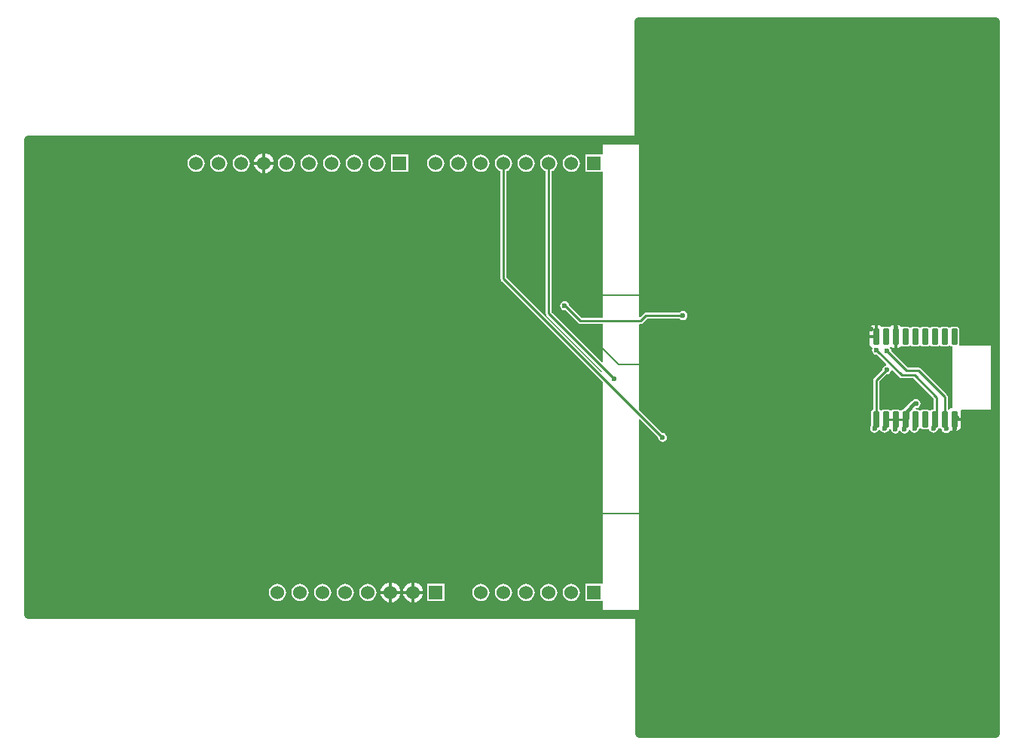
<source format=gbl>
G04*
G04 #@! TF.GenerationSoftware,Altium Limited,Altium Designer,21.7.2 (23)*
G04*
G04 Layer_Physical_Order=2*
G04 Layer_Color=16711680*
%FSLAX44Y44*%
%MOMM*%
G71*
G04*
G04 #@! TF.SameCoordinates,4DA13975-460D-43A1-ABA8-CDB05979C8EE*
G04*
G04*
G04 #@! TF.FilePolarity,Positive*
G04*
G01*
G75*
%ADD10C,0.2000*%
%ADD11C,0.2540*%
%ADD13C,1.0000*%
%ADD35C,0.4000*%
%ADD39R,1.5240X1.5240*%
%ADD40C,1.5240*%
%ADD41C,0.6000*%
G04:AMPARAMS|DCode=42|XSize=0.75mm|YSize=1.8mm|CornerRadius=0.0938mm|HoleSize=0mm|Usage=FLASHONLY|Rotation=0.000|XOffset=0mm|YOffset=0mm|HoleType=Round|Shape=RoundedRectangle|*
%AMROUNDEDRECTD42*
21,1,0.7500,1.6125,0,0,0.0*
21,1,0.5625,1.8000,0,0,0.0*
1,1,0.1875,0.2813,-0.8063*
1,1,0.1875,-0.2813,-0.8063*
1,1,0.1875,-0.2813,0.8063*
1,1,0.1875,0.2813,0.8063*
%
%ADD42ROUNDEDRECTD42*%
G36*
X645000Y252033D02*
X644620Y250920D01*
X643730Y250920D01*
X625380D01*
Y231680D01*
X643730D01*
X644620Y231680D01*
X645000Y230567D01*
Y67334D01*
X621317D01*
X606960Y81691D01*
X606710Y82951D01*
X605605Y84605D01*
X603951Y85710D01*
X602000Y86098D01*
X600049Y85710D01*
X598395Y84605D01*
X597290Y82951D01*
X596902Y81000D01*
X597290Y79049D01*
X598395Y77395D01*
X600049Y76290D01*
X602000Y75902D01*
X603100Y76121D01*
X617579Y61642D01*
X618660Y60920D01*
X619936Y60666D01*
X645000D01*
Y17933D01*
X643827Y17447D01*
X587534Y73740D01*
Y232268D01*
X589052Y232897D01*
X591061Y234439D01*
X592603Y236448D01*
X593572Y238789D01*
X593903Y241300D01*
X593572Y243811D01*
X592603Y246152D01*
X591061Y248161D01*
X589052Y249703D01*
X586711Y250672D01*
X584200Y251003D01*
X581689Y250672D01*
X579348Y249703D01*
X577339Y248161D01*
X575797Y246152D01*
X574828Y243811D01*
X574497Y241300D01*
X574828Y238789D01*
X575797Y236448D01*
X577339Y234439D01*
X579348Y232897D01*
X580866Y232268D01*
Y72358D01*
X581120Y71083D01*
X581842Y70001D01*
X644360Y7484D01*
X644305Y7207D01*
X642926Y6789D01*
X536734Y112981D01*
Y232268D01*
X538251Y232897D01*
X540261Y234439D01*
X541803Y236448D01*
X542772Y238789D01*
X543103Y241300D01*
X542772Y243811D01*
X541803Y246152D01*
X540261Y248161D01*
X538251Y249703D01*
X535911Y250672D01*
X533400Y251003D01*
X530889Y250672D01*
X528549Y249703D01*
X526539Y248161D01*
X524997Y246152D01*
X524028Y243811D01*
X523697Y241300D01*
X524028Y238789D01*
X524997Y236448D01*
X526539Y234439D01*
X528549Y232897D01*
X530066Y232268D01*
Y111600D01*
X530320Y110324D01*
X531043Y109242D01*
X645000Y-4715D01*
Y-230567D01*
X644620Y-231680D01*
X643730Y-231680D01*
X625380D01*
Y-250920D01*
X643730D01*
X644620Y-250920D01*
X645000Y-252033D01*
Y-263451D01*
X2549D01*
Y264451D01*
X645000D01*
Y252033D01*
D02*
G37*
G36*
X1083251Y36000D02*
X1046244D01*
X1045565Y37270D01*
X1045580Y37291D01*
X1045807Y38438D01*
Y54563D01*
X1045580Y55709D01*
X1044930Y56680D01*
X1043959Y57330D01*
X1042812Y57558D01*
X1037188D01*
X1036041Y57330D01*
X1035070Y56680D01*
X1033930D01*
X1032959Y57330D01*
X1031813Y57558D01*
X1026188D01*
X1025041Y57330D01*
X1024070Y56680D01*
X1022930D01*
X1021959Y57330D01*
X1020813Y57558D01*
X1015188D01*
X1014041Y57330D01*
X1013070Y56680D01*
X1011930D01*
X1010959Y57330D01*
X1009812Y57558D01*
X1004187D01*
X1003041Y57330D01*
X1002070Y56680D01*
X1000930D01*
X999959Y57330D01*
X998812Y57558D01*
X993187D01*
X992041Y57330D01*
X991070Y56680D01*
X989930D01*
X988959Y57330D01*
X987812Y57558D01*
X982188D01*
X981041Y57330D01*
X980529Y56987D01*
X980012Y57762D01*
X978544Y58742D01*
X976813Y59087D01*
X975750D01*
Y46500D01*
Y33913D01*
X976813D01*
X978544Y34258D01*
X980012Y35238D01*
X980529Y36013D01*
X981041Y35670D01*
X982188Y35443D01*
X987812D01*
X988959Y35670D01*
X989930Y36320D01*
X991070D01*
X992041Y35670D01*
X993187Y35443D01*
X998812D01*
X999959Y35670D01*
X1000930Y36320D01*
X1002070D01*
X1003041Y35670D01*
X1004187Y35443D01*
X1009812D01*
X1010959Y35670D01*
X1011930Y36320D01*
X1013070D01*
X1014041Y35670D01*
X1015188Y35443D01*
X1020813D01*
X1021959Y35670D01*
X1022930Y36320D01*
X1024070D01*
X1025041Y35670D01*
X1026188Y35443D01*
X1031813D01*
X1032959Y35670D01*
X1033930Y36320D01*
X1035070D01*
X1036041Y35670D01*
X1037188Y35443D01*
X1037500D01*
Y-33913D01*
X1037188D01*
X1035456Y-34258D01*
X1033988Y-35238D01*
X1033471Y-36013D01*
X1032959Y-35670D01*
X1032334Y-35546D01*
Y-21000D01*
X1032080Y-19724D01*
X1031357Y-18642D01*
X1002358Y10358D01*
X1001276Y11080D01*
X1000000Y11334D01*
X987596D01*
X969142Y29788D01*
X969205Y30107D01*
X968817Y32058D01*
X967712Y33712D01*
X967702Y33750D01*
X967956Y35076D01*
X968165Y35120D01*
X969456Y34258D01*
X971188Y33913D01*
X972250D01*
Y46500D01*
Y59087D01*
X971188D01*
X969456Y58742D01*
X967988Y57762D01*
X967471Y56987D01*
X966959Y57330D01*
X965813Y57558D01*
X960188D01*
X959041Y57330D01*
X958529Y56987D01*
X958012Y57762D01*
X956544Y58742D01*
X954812Y59087D01*
X953750D01*
Y46500D01*
X952000D01*
Y44750D01*
X944663D01*
Y38438D01*
X945007Y36706D01*
X945988Y35238D01*
X947292Y34367D01*
X947611Y33923D01*
X947876Y33282D01*
X947870Y32880D01*
X947500Y31023D01*
X947888Y29073D01*
X948994Y27419D01*
X950648Y26314D01*
X952598Y25926D01*
X952918Y25989D01*
X963594Y15312D01*
X963176Y13935D01*
X962047Y13710D01*
X960393Y12605D01*
X959288Y10951D01*
X958900Y9000D01*
X958964Y8681D01*
X949642Y-641D01*
X948920Y-1722D01*
X948666Y-2998D01*
Y-35546D01*
X948041Y-35670D01*
X947070Y-36320D01*
X946420Y-37291D01*
X946192Y-38438D01*
Y-53855D01*
X945699Y-54593D01*
X945311Y-56544D01*
X945699Y-58495D01*
X946804Y-60149D01*
X948458Y-61254D01*
X950409Y-61642D01*
X952360Y-61254D01*
X954014Y-60149D01*
X955119Y-58495D01*
X955585Y-58335D01*
X956903Y-58618D01*
X958008Y-60271D01*
X959662Y-61376D01*
X961613Y-61764D01*
X963564Y-61376D01*
X965218Y-60271D01*
X966323Y-58617D01*
X966461Y-57923D01*
X967506Y-57312D01*
X968448Y-57789D01*
X968654Y-57945D01*
X968934Y-59352D01*
X970039Y-61006D01*
X971693Y-62111D01*
X973644Y-62499D01*
X975594Y-62111D01*
X977248Y-61006D01*
X977981Y-59910D01*
X979439D01*
X980171Y-61006D01*
X981825Y-62111D01*
X983776Y-62499D01*
X985727Y-62111D01*
X987381Y-61006D01*
X988486Y-59352D01*
X988637Y-58591D01*
X989042Y-58395D01*
X990415Y-58789D01*
X991520Y-60443D01*
X993174Y-61548D01*
X995125Y-61936D01*
X997076Y-61548D01*
X998730Y-60443D01*
X999835Y-58789D01*
X1000151Y-57201D01*
X1000662Y-56860D01*
X1002070Y-56680D01*
X1003041Y-57330D01*
X1004187Y-57558D01*
X1009812D01*
X1010287Y-57463D01*
X1011733Y-58224D01*
X1011852Y-58825D01*
X1012958Y-60479D01*
X1014611Y-61584D01*
X1016562Y-61972D01*
X1018513Y-61584D01*
X1020167Y-60479D01*
X1021272Y-58825D01*
X1021554Y-57410D01*
X1021959Y-57330D01*
X1022930Y-56680D01*
X1024070D01*
X1025041Y-57330D01*
X1025910Y-57502D01*
X1026234Y-59132D01*
X1027339Y-60786D01*
X1028993Y-61891D01*
X1030944Y-62279D01*
X1032895Y-61891D01*
X1034549Y-60786D01*
X1035654Y-59132D01*
X1035721Y-58795D01*
X1037188Y-59087D01*
X1038250D01*
Y-46500D01*
X1040000D01*
Y-44750D01*
X1047337D01*
Y-38438D01*
X1047105Y-37270D01*
X1047932Y-36000D01*
X1083251D01*
X1083251Y-397451D01*
X688549D01*
Y-266000D01*
X688355Y-265025D01*
X687802Y-264198D01*
X686975Y-263645D01*
X686000Y-263451D01*
X685852D01*
X685831Y-47205D01*
X687004Y-46719D01*
X706966Y-66681D01*
X706902Y-67000D01*
X707290Y-68951D01*
X708395Y-70605D01*
X710049Y-71710D01*
X712000Y-72098D01*
X713951Y-71710D01*
X715605Y-70605D01*
X716710Y-68951D01*
X717098Y-67000D01*
X716710Y-65049D01*
X715605Y-63395D01*
X713951Y-62290D01*
X712000Y-61902D01*
X711681Y-61966D01*
X685829Y-36114D01*
X685820Y59768D01*
X686718Y60666D01*
X687584D01*
X688860Y60920D01*
X689942Y61642D01*
X694965Y66666D01*
X731214D01*
X731395Y66395D01*
X733049Y65290D01*
X735000Y64902D01*
X736951Y65290D01*
X738605Y66395D01*
X739710Y68049D01*
X740098Y70000D01*
X739710Y71951D01*
X738605Y73605D01*
X736951Y74710D01*
X735000Y75098D01*
X733049Y74710D01*
X731395Y73605D01*
X731214Y73334D01*
X693584D01*
X692308Y73080D01*
X691227Y72358D01*
X687089Y68220D01*
X685819Y68746D01*
X685800Y264451D01*
X686775Y264645D01*
X687602Y265198D01*
X688155Y266025D01*
X688349Y267000D01*
Y397451D01*
X1083251D01*
X1083251Y36000D01*
D02*
G37*
G36*
X978344Y562D02*
X979426Y-160D01*
X980702Y-414D01*
X993699D01*
X1016872Y-23587D01*
Y-35443D01*
X1015188D01*
X1014041Y-35670D01*
X1013070Y-36320D01*
X1011930D01*
X1010959Y-35670D01*
X1009812Y-35443D01*
X1004187D01*
X1003041Y-35670D01*
X1002070Y-36320D01*
X1000930D01*
X999959Y-35670D01*
X998812Y-35443D01*
X997135D01*
X996534Y-34172D01*
X996652Y-34029D01*
X997000Y-34098D01*
X998951Y-33710D01*
X1000605Y-32605D01*
X1001710Y-30951D01*
X1002098Y-29000D01*
X1001710Y-27049D01*
X1000605Y-25395D01*
X998951Y-24290D01*
X997000Y-23902D01*
X995049Y-24290D01*
X993776Y-25141D01*
X993318Y-25232D01*
X991995Y-26116D01*
X983866Y-34245D01*
X983066Y-35443D01*
X982188D01*
X981041Y-35670D01*
X980070Y-36320D01*
X978930D01*
X977959Y-35670D01*
X976813Y-35443D01*
X971188D01*
X970041Y-35670D01*
X969070Y-36320D01*
X967930D01*
X966959Y-35670D01*
X965813Y-35443D01*
X960188D01*
X959041Y-35670D01*
X958070Y-36320D01*
X956930D01*
X955959Y-35670D01*
X955334Y-35546D01*
Y-4379D01*
X963679Y3965D01*
X963998Y3902D01*
X965949Y4290D01*
X967603Y5395D01*
X968708Y7049D01*
X968933Y8178D01*
X970311Y8596D01*
X978344Y562D01*
D02*
G37*
%LPC*%
G36*
X265910Y252286D02*
Y243050D01*
X275146D01*
X274994Y244203D01*
X273873Y246908D01*
X272091Y249231D01*
X269768Y251013D01*
X267063Y252134D01*
X265910Y252286D01*
D02*
G37*
G36*
X262410D02*
X261257Y252134D01*
X258552Y251013D01*
X256229Y249231D01*
X254447Y246908D01*
X253326Y244203D01*
X253174Y243050D01*
X262410D01*
Y252286D01*
D02*
G37*
G36*
X426180Y250920D02*
X406940D01*
Y231680D01*
X426180D01*
Y250920D01*
D02*
G37*
G36*
X609600Y251003D02*
X607089Y250672D01*
X604748Y249703D01*
X602739Y248161D01*
X601197Y246152D01*
X600228Y243811D01*
X599897Y241300D01*
X600228Y238789D01*
X601197Y236448D01*
X602739Y234439D01*
X604748Y232897D01*
X607089Y231928D01*
X609600Y231597D01*
X612111Y231928D01*
X614451Y232897D01*
X616461Y234439D01*
X618003Y236448D01*
X618972Y238789D01*
X619303Y241300D01*
X618972Y243811D01*
X618003Y246152D01*
X616461Y248161D01*
X614451Y249703D01*
X612111Y250672D01*
X609600Y251003D01*
D02*
G37*
G36*
X558800D02*
X556289Y250672D01*
X553949Y249703D01*
X551939Y248161D01*
X550397Y246152D01*
X549428Y243811D01*
X549097Y241300D01*
X549428Y238789D01*
X550397Y236448D01*
X551939Y234439D01*
X553949Y232897D01*
X556289Y231928D01*
X558800Y231597D01*
X561311Y231928D01*
X563652Y232897D01*
X565661Y234439D01*
X567203Y236448D01*
X568172Y238789D01*
X568503Y241300D01*
X568172Y243811D01*
X567203Y246152D01*
X565661Y248161D01*
X563652Y249703D01*
X561311Y250672D01*
X558800Y251003D01*
D02*
G37*
G36*
X508000D02*
X505489Y250672D01*
X503148Y249703D01*
X501139Y248161D01*
X499597Y246152D01*
X498628Y243811D01*
X498297Y241300D01*
X498628Y238789D01*
X499597Y236448D01*
X501139Y234439D01*
X503148Y232897D01*
X505489Y231928D01*
X508000Y231597D01*
X510511Y231928D01*
X512851Y232897D01*
X514861Y234439D01*
X516403Y236448D01*
X517372Y238789D01*
X517703Y241300D01*
X517372Y243811D01*
X516403Y246152D01*
X514861Y248161D01*
X512851Y249703D01*
X510511Y250672D01*
X508000Y251003D01*
D02*
G37*
G36*
X482600D02*
X480089Y250672D01*
X477748Y249703D01*
X475739Y248161D01*
X474197Y246152D01*
X473228Y243811D01*
X472897Y241300D01*
X473228Y238789D01*
X474197Y236448D01*
X475739Y234439D01*
X477748Y232897D01*
X480089Y231928D01*
X482600Y231597D01*
X485111Y231928D01*
X487452Y232897D01*
X489461Y234439D01*
X491003Y236448D01*
X491972Y238789D01*
X492303Y241300D01*
X491972Y243811D01*
X491003Y246152D01*
X489461Y248161D01*
X487452Y249703D01*
X485111Y250672D01*
X482600Y251003D01*
D02*
G37*
G36*
X457200D02*
X454689Y250672D01*
X452349Y249703D01*
X450339Y248161D01*
X448797Y246152D01*
X447828Y243811D01*
X447497Y241300D01*
X447828Y238789D01*
X448797Y236448D01*
X450339Y234439D01*
X452349Y232897D01*
X454689Y231928D01*
X457200Y231597D01*
X459711Y231928D01*
X462052Y232897D01*
X464061Y234439D01*
X465603Y236448D01*
X466572Y238789D01*
X466903Y241300D01*
X466572Y243811D01*
X465603Y246152D01*
X464061Y248161D01*
X462052Y249703D01*
X459711Y250672D01*
X457200Y251003D01*
D02*
G37*
G36*
X391160D02*
X388649Y250672D01*
X386309Y249703D01*
X384299Y248161D01*
X382757Y246152D01*
X381788Y243811D01*
X381457Y241300D01*
X381788Y238789D01*
X382757Y236448D01*
X384299Y234439D01*
X386309Y232897D01*
X388649Y231928D01*
X391160Y231597D01*
X393671Y231928D01*
X396012Y232897D01*
X398021Y234439D01*
X399563Y236448D01*
X400532Y238789D01*
X400863Y241300D01*
X400532Y243811D01*
X399563Y246152D01*
X398021Y248161D01*
X396012Y249703D01*
X393671Y250672D01*
X391160Y251003D01*
D02*
G37*
G36*
X365760D02*
X363249Y250672D01*
X360909Y249703D01*
X358899Y248161D01*
X357357Y246152D01*
X356388Y243811D01*
X356057Y241300D01*
X356388Y238789D01*
X357357Y236448D01*
X358899Y234439D01*
X360909Y232897D01*
X363249Y231928D01*
X365760Y231597D01*
X368271Y231928D01*
X370611Y232897D01*
X372621Y234439D01*
X374163Y236448D01*
X375132Y238789D01*
X375463Y241300D01*
X375132Y243811D01*
X374163Y246152D01*
X372621Y248161D01*
X370611Y249703D01*
X368271Y250672D01*
X365760Y251003D01*
D02*
G37*
G36*
X340360D02*
X337849Y250672D01*
X335508Y249703D01*
X333499Y248161D01*
X331957Y246152D01*
X330988Y243811D01*
X330657Y241300D01*
X330988Y238789D01*
X331957Y236448D01*
X333499Y234439D01*
X335508Y232897D01*
X337849Y231928D01*
X340360Y231597D01*
X342871Y231928D01*
X345211Y232897D01*
X347221Y234439D01*
X348763Y236448D01*
X349732Y238789D01*
X350063Y241300D01*
X349732Y243811D01*
X348763Y246152D01*
X347221Y248161D01*
X345211Y249703D01*
X342871Y250672D01*
X340360Y251003D01*
D02*
G37*
G36*
X314960D02*
X312449Y250672D01*
X310109Y249703D01*
X308099Y248161D01*
X306557Y246152D01*
X305588Y243811D01*
X305257Y241300D01*
X305588Y238789D01*
X306557Y236448D01*
X308099Y234439D01*
X310109Y232897D01*
X312449Y231928D01*
X314960Y231597D01*
X317471Y231928D01*
X319811Y232897D01*
X321821Y234439D01*
X323363Y236448D01*
X324332Y238789D01*
X324663Y241300D01*
X324332Y243811D01*
X323363Y246152D01*
X321821Y248161D01*
X319811Y249703D01*
X317471Y250672D01*
X314960Y251003D01*
D02*
G37*
G36*
X289560D02*
X287049Y250672D01*
X284708Y249703D01*
X282699Y248161D01*
X281157Y246152D01*
X280188Y243811D01*
X279857Y241300D01*
X280188Y238789D01*
X281157Y236448D01*
X282699Y234439D01*
X284708Y232897D01*
X287049Y231928D01*
X289560Y231597D01*
X292071Y231928D01*
X294412Y232897D01*
X296421Y234439D01*
X297963Y236448D01*
X298932Y238789D01*
X299263Y241300D01*
X298932Y243811D01*
X297963Y246152D01*
X296421Y248161D01*
X294412Y249703D01*
X292071Y250672D01*
X289560Y251003D01*
D02*
G37*
G36*
X238760D02*
X236249Y250672D01*
X233909Y249703D01*
X231899Y248161D01*
X230357Y246152D01*
X229388Y243811D01*
X229057Y241300D01*
X229388Y238789D01*
X230357Y236448D01*
X231899Y234439D01*
X233909Y232897D01*
X236249Y231928D01*
X238760Y231597D01*
X241271Y231928D01*
X243612Y232897D01*
X245621Y234439D01*
X247163Y236448D01*
X248132Y238789D01*
X248463Y241300D01*
X248132Y243811D01*
X247163Y246152D01*
X245621Y248161D01*
X243612Y249703D01*
X241271Y250672D01*
X238760Y251003D01*
D02*
G37*
G36*
X213360D02*
X210849Y250672D01*
X208508Y249703D01*
X206499Y248161D01*
X204957Y246152D01*
X203988Y243811D01*
X203657Y241300D01*
X203988Y238789D01*
X204957Y236448D01*
X206499Y234439D01*
X208508Y232897D01*
X210849Y231928D01*
X213360Y231597D01*
X215871Y231928D01*
X218211Y232897D01*
X220221Y234439D01*
X221763Y236448D01*
X222732Y238789D01*
X223063Y241300D01*
X222732Y243811D01*
X221763Y246152D01*
X220221Y248161D01*
X218211Y249703D01*
X215871Y250672D01*
X213360Y251003D01*
D02*
G37*
G36*
X187960D02*
X185449Y250672D01*
X183109Y249703D01*
X181099Y248161D01*
X179557Y246152D01*
X178588Y243811D01*
X178257Y241300D01*
X178588Y238789D01*
X179557Y236448D01*
X181099Y234439D01*
X183109Y232897D01*
X185449Y231928D01*
X187960Y231597D01*
X190471Y231928D01*
X192812Y232897D01*
X194821Y234439D01*
X196363Y236448D01*
X197332Y238789D01*
X197663Y241300D01*
X197332Y243811D01*
X196363Y246152D01*
X194821Y248161D01*
X192812Y249703D01*
X190471Y250672D01*
X187960Y251003D01*
D02*
G37*
G36*
X275146Y239550D02*
X265910D01*
Y230314D01*
X267063Y230466D01*
X269768Y231587D01*
X272091Y233369D01*
X273873Y235692D01*
X274994Y238397D01*
X275146Y239550D01*
D02*
G37*
G36*
X262410D02*
X253174D01*
X253326Y238397D01*
X254447Y235692D01*
X256229Y233369D01*
X258552Y231587D01*
X261257Y230466D01*
X262410Y230314D01*
Y239550D01*
D02*
G37*
G36*
X433550Y-230314D02*
Y-239550D01*
X442786D01*
X442634Y-238397D01*
X441513Y-235692D01*
X439731Y-233369D01*
X437408Y-231587D01*
X434703Y-230466D01*
X433550Y-230314D01*
D02*
G37*
G36*
X408150D02*
Y-239550D01*
X417386D01*
X417234Y-238397D01*
X416113Y-235692D01*
X414331Y-233369D01*
X412008Y-231587D01*
X409303Y-230466D01*
X408150Y-230314D01*
D02*
G37*
G36*
X430050D02*
X428897Y-230466D01*
X426192Y-231587D01*
X423869Y-233369D01*
X422087Y-235692D01*
X420966Y-238397D01*
X420814Y-239550D01*
X430050D01*
Y-230314D01*
D02*
G37*
G36*
X404650D02*
X403497Y-230466D01*
X400792Y-231587D01*
X398469Y-233369D01*
X396687Y-235692D01*
X395566Y-238397D01*
X395414Y-239550D01*
X404650D01*
Y-230314D01*
D02*
G37*
G36*
X466820Y-231680D02*
X447580D01*
Y-250920D01*
X466820D01*
Y-231680D01*
D02*
G37*
G36*
X609600Y-231597D02*
X607089Y-231928D01*
X604748Y-232897D01*
X602739Y-234439D01*
X601197Y-236448D01*
X600228Y-238789D01*
X599897Y-241300D01*
X600228Y-243811D01*
X601197Y-246152D01*
X602739Y-248161D01*
X604748Y-249703D01*
X607089Y-250672D01*
X609600Y-251003D01*
X612111Y-250672D01*
X614451Y-249703D01*
X616461Y-248161D01*
X618003Y-246152D01*
X618972Y-243811D01*
X619303Y-241300D01*
X618972Y-238789D01*
X618003Y-236448D01*
X616461Y-234439D01*
X614451Y-232897D01*
X612111Y-231928D01*
X609600Y-231597D01*
D02*
G37*
G36*
X584200D02*
X581689Y-231928D01*
X579348Y-232897D01*
X577339Y-234439D01*
X575797Y-236448D01*
X574828Y-238789D01*
X574497Y-241300D01*
X574828Y-243811D01*
X575797Y-246152D01*
X577339Y-248161D01*
X579348Y-249703D01*
X581689Y-250672D01*
X584200Y-251003D01*
X586711Y-250672D01*
X589052Y-249703D01*
X591061Y-248161D01*
X592603Y-246152D01*
X593572Y-243811D01*
X593903Y-241300D01*
X593572Y-238789D01*
X592603Y-236448D01*
X591061Y-234439D01*
X589052Y-232897D01*
X586711Y-231928D01*
X584200Y-231597D01*
D02*
G37*
G36*
X558800D02*
X556289Y-231928D01*
X553949Y-232897D01*
X551939Y-234439D01*
X550397Y-236448D01*
X549428Y-238789D01*
X549097Y-241300D01*
X549428Y-243811D01*
X550397Y-246152D01*
X551939Y-248161D01*
X553949Y-249703D01*
X556289Y-250672D01*
X558800Y-251003D01*
X561311Y-250672D01*
X563652Y-249703D01*
X565661Y-248161D01*
X567203Y-246152D01*
X568172Y-243811D01*
X568503Y-241300D01*
X568172Y-238789D01*
X567203Y-236448D01*
X565661Y-234439D01*
X563652Y-232897D01*
X561311Y-231928D01*
X558800Y-231597D01*
D02*
G37*
G36*
X533400D02*
X530889Y-231928D01*
X528549Y-232897D01*
X526539Y-234439D01*
X524997Y-236448D01*
X524028Y-238789D01*
X523697Y-241300D01*
X524028Y-243811D01*
X524997Y-246152D01*
X526539Y-248161D01*
X528549Y-249703D01*
X530889Y-250672D01*
X533400Y-251003D01*
X535911Y-250672D01*
X538251Y-249703D01*
X540261Y-248161D01*
X541803Y-246152D01*
X542772Y-243811D01*
X543103Y-241300D01*
X542772Y-238789D01*
X541803Y-236448D01*
X540261Y-234439D01*
X538251Y-232897D01*
X535911Y-231928D01*
X533400Y-231597D01*
D02*
G37*
G36*
X508000D02*
X505489Y-231928D01*
X503148Y-232897D01*
X501139Y-234439D01*
X499597Y-236448D01*
X498628Y-238789D01*
X498297Y-241300D01*
X498628Y-243811D01*
X499597Y-246152D01*
X501139Y-248161D01*
X503148Y-249703D01*
X505489Y-250672D01*
X508000Y-251003D01*
X510511Y-250672D01*
X512851Y-249703D01*
X514861Y-248161D01*
X516403Y-246152D01*
X517372Y-243811D01*
X517703Y-241300D01*
X517372Y-238789D01*
X516403Y-236448D01*
X514861Y-234439D01*
X512851Y-232897D01*
X510511Y-231928D01*
X508000Y-231597D01*
D02*
G37*
G36*
X381000D02*
X378489Y-231928D01*
X376148Y-232897D01*
X374139Y-234439D01*
X372597Y-236448D01*
X371628Y-238789D01*
X371297Y-241300D01*
X371628Y-243811D01*
X372597Y-246152D01*
X374139Y-248161D01*
X376148Y-249703D01*
X378489Y-250672D01*
X381000Y-251003D01*
X383511Y-250672D01*
X385852Y-249703D01*
X387861Y-248161D01*
X389403Y-246152D01*
X390372Y-243811D01*
X390703Y-241300D01*
X390372Y-238789D01*
X389403Y-236448D01*
X387861Y-234439D01*
X385852Y-232897D01*
X383511Y-231928D01*
X381000Y-231597D01*
D02*
G37*
G36*
X355600D02*
X353089Y-231928D01*
X350748Y-232897D01*
X348739Y-234439D01*
X347197Y-236448D01*
X346228Y-238789D01*
X345897Y-241300D01*
X346228Y-243811D01*
X347197Y-246152D01*
X348739Y-248161D01*
X350748Y-249703D01*
X353089Y-250672D01*
X355600Y-251003D01*
X358111Y-250672D01*
X360452Y-249703D01*
X362461Y-248161D01*
X364003Y-246152D01*
X364972Y-243811D01*
X365303Y-241300D01*
X364972Y-238789D01*
X364003Y-236448D01*
X362461Y-234439D01*
X360452Y-232897D01*
X358111Y-231928D01*
X355600Y-231597D01*
D02*
G37*
G36*
X330200D02*
X327689Y-231928D01*
X325349Y-232897D01*
X323339Y-234439D01*
X321797Y-236448D01*
X320828Y-238789D01*
X320497Y-241300D01*
X320828Y-243811D01*
X321797Y-246152D01*
X323339Y-248161D01*
X325349Y-249703D01*
X327689Y-250672D01*
X330200Y-251003D01*
X332711Y-250672D01*
X335051Y-249703D01*
X337061Y-248161D01*
X338603Y-246152D01*
X339572Y-243811D01*
X339903Y-241300D01*
X339572Y-238789D01*
X338603Y-236448D01*
X337061Y-234439D01*
X335051Y-232897D01*
X332711Y-231928D01*
X330200Y-231597D01*
D02*
G37*
G36*
X304800D02*
X302289Y-231928D01*
X299949Y-232897D01*
X297939Y-234439D01*
X296397Y-236448D01*
X295428Y-238789D01*
X295097Y-241300D01*
X295428Y-243811D01*
X296397Y-246152D01*
X297939Y-248161D01*
X299949Y-249703D01*
X302289Y-250672D01*
X304800Y-251003D01*
X307311Y-250672D01*
X309652Y-249703D01*
X311661Y-248161D01*
X313203Y-246152D01*
X314172Y-243811D01*
X314503Y-241300D01*
X314172Y-238789D01*
X313203Y-236448D01*
X311661Y-234439D01*
X309652Y-232897D01*
X307311Y-231928D01*
X304800Y-231597D01*
D02*
G37*
G36*
X279400D02*
X276889Y-231928D01*
X274548Y-232897D01*
X272539Y-234439D01*
X270997Y-236448D01*
X270028Y-238789D01*
X269697Y-241300D01*
X270028Y-243811D01*
X270997Y-246152D01*
X272539Y-248161D01*
X274548Y-249703D01*
X276889Y-250672D01*
X279400Y-251003D01*
X281911Y-250672D01*
X284251Y-249703D01*
X286261Y-248161D01*
X287803Y-246152D01*
X288772Y-243811D01*
X289103Y-241300D01*
X288772Y-238789D01*
X287803Y-236448D01*
X286261Y-234439D01*
X284251Y-232897D01*
X281911Y-231928D01*
X279400Y-231597D01*
D02*
G37*
G36*
X442786Y-243050D02*
X433550D01*
Y-252286D01*
X434703Y-252134D01*
X437408Y-251013D01*
X439731Y-249231D01*
X441513Y-246908D01*
X442634Y-244203D01*
X442786Y-243050D01*
D02*
G37*
G36*
X417386D02*
X408150D01*
Y-252286D01*
X409303Y-252134D01*
X412008Y-251013D01*
X414331Y-249231D01*
X416113Y-246908D01*
X417234Y-244203D01*
X417386Y-243050D01*
D02*
G37*
G36*
X430050D02*
X420814D01*
X420966Y-244203D01*
X422087Y-246908D01*
X423869Y-249231D01*
X426192Y-251013D01*
X428897Y-252134D01*
X430050Y-252286D01*
Y-243050D01*
D02*
G37*
G36*
X404650D02*
X395414D01*
X395566Y-244203D01*
X396687Y-246908D01*
X398469Y-249231D01*
X400792Y-251013D01*
X403497Y-252134D01*
X404650Y-252286D01*
Y-243050D01*
D02*
G37*
G36*
X950250Y59087D02*
X949187D01*
X947456Y58742D01*
X945988Y57762D01*
X945007Y56294D01*
X944663Y54563D01*
Y48250D01*
X950250D01*
Y59087D01*
D02*
G37*
G36*
X1047337Y-48250D02*
X1041750D01*
Y-59087D01*
X1042812D01*
X1044544Y-58742D01*
X1046012Y-57762D01*
X1046992Y-56294D01*
X1047337Y-54563D01*
Y-48250D01*
D02*
G37*
%LPD*%
D10*
X636000Y42000D02*
X663000Y15000D01*
X696000D01*
X632000Y93000D02*
X694000D01*
X617000Y-157000D02*
X621600Y-152400D01*
X711200D01*
X995125Y-56838D02*
X995563Y-56401D01*
Y-46937D01*
X996000Y-46500D01*
X1029000D02*
X1030179Y-47678D01*
Y-56416D02*
Y-47678D01*
Y-56416D02*
X1030944Y-57181D01*
X1017281Y-47219D02*
X1018000Y-46500D01*
X1017281Y-56155D02*
Y-47219D01*
X1016562Y-56874D02*
X1017281Y-56155D01*
X984388Y-47112D02*
X985000Y-46500D01*
X984388Y-56789D02*
Y-47112D01*
X983776Y-57401D02*
X984388Y-56789D01*
X973822Y-46678D02*
X974000Y-46500D01*
X973822Y-57223D02*
Y-46678D01*
X973644Y-57401D02*
X973822Y-57223D01*
X962307Y-47193D02*
X963000Y-46500D01*
X962307Y-55973D02*
Y-47193D01*
X961613Y-56666D02*
X962307Y-55973D01*
X951174Y-47326D02*
X952000Y-46500D01*
X951174Y-55779D02*
Y-47326D01*
X950409Y-56544D02*
X951174Y-55779D01*
D11*
X533400Y111600D02*
Y241300D01*
Y111600D02*
X712000Y-67000D01*
X602936Y81000D02*
X619936Y64000D01*
X687584D02*
X693584Y70000D01*
X619936Y64000D02*
X687584D01*
X602000Y81000D02*
X602936D01*
X693584Y70000D02*
X735000D01*
X584200Y72358D02*
X657779Y-1221D01*
X584200Y72358D02*
Y241300D01*
X1000000Y8000D02*
X1029000Y-21000D01*
X1018000Y-46500D02*
X1020206Y-44294D01*
X995080Y2920D02*
X1020206Y-22206D01*
Y-44294D02*
Y-22206D01*
X1029000Y-46500D02*
Y-21000D01*
X964107Y30107D02*
X986215Y8000D01*
X1000000D01*
X952598Y31023D02*
X980702Y2920D01*
X995080D01*
X974000Y-46500D02*
X985000D01*
X963000D02*
X974000D01*
X952000D02*
Y-2998D01*
X963998Y9000D01*
D13*
X686000Y-400000D02*
Y-266000D01*
Y-400000D02*
X1085800D01*
X685800Y267000D02*
Y400000D01*
X0Y-266000D02*
X686000D01*
X1085800Y-400000D02*
X1085800Y400000D01*
X685800D02*
X1085800D01*
X0Y267000D02*
X685800D01*
X0Y-266000D02*
Y267000D01*
D35*
X994879Y-29000D02*
X997000D01*
X985000Y-46500D02*
X986750Y-44750D01*
Y-37129D01*
X994879Y-29000D01*
D39*
X457200Y-241300D02*
D03*
X416560Y241300D02*
D03*
X635000D02*
D03*
Y-241300D02*
D03*
D40*
X381000D02*
D03*
X355600D02*
D03*
X330200D02*
D03*
X304800D02*
D03*
X279400D02*
D03*
X431800D02*
D03*
X406400D02*
D03*
X187960Y241300D02*
D03*
X213360D02*
D03*
X238760D02*
D03*
X264160D02*
D03*
X289560D02*
D03*
X314960D02*
D03*
X340360D02*
D03*
X365760D02*
D03*
X391160D02*
D03*
X558800D02*
D03*
X533400D02*
D03*
X508000D02*
D03*
X482600D02*
D03*
X457200D02*
D03*
X609600D02*
D03*
X584200D02*
D03*
X508000Y-241300D02*
D03*
X533400D02*
D03*
X558800D02*
D03*
X584200D02*
D03*
X609600D02*
D03*
D41*
X901000Y54000D02*
D03*
X864000Y53000D02*
D03*
X798000D02*
D03*
X767000D02*
D03*
X734000D02*
D03*
X995125Y-56838D02*
D03*
X1040143Y-56573D02*
D03*
X1030944Y-57181D02*
D03*
X946341Y54592D02*
D03*
X974415Y56509D02*
D03*
X1016562Y-56874D02*
D03*
X983776Y-57401D02*
D03*
X973644D02*
D03*
X997000Y-29000D02*
D03*
X961613Y-56666D02*
D03*
X950409Y-56544D02*
D03*
X1042674Y-45313D02*
D03*
X711200Y-355600D02*
D03*
X762000D02*
D03*
X812800D02*
D03*
X863600D02*
D03*
X914400D02*
D03*
X1066800D02*
D03*
X1016000D02*
D03*
X965200D02*
D03*
X711200Y-304800D02*
D03*
X762000D02*
D03*
X812800D02*
D03*
X863600D02*
D03*
X914400D02*
D03*
X1066800D02*
D03*
X1016000D02*
D03*
X965200D02*
D03*
X711200Y-254000D02*
D03*
X762000D02*
D03*
X812800D02*
D03*
X863600D02*
D03*
X914400D02*
D03*
X1066800D02*
D03*
X1016000D02*
D03*
X965200D02*
D03*
X711200Y-203200D02*
D03*
X762000D02*
D03*
X812800D02*
D03*
X863600D02*
D03*
X914400D02*
D03*
X1066800D02*
D03*
X1016000D02*
D03*
X965200D02*
D03*
X711200Y-152400D02*
D03*
X762000D02*
D03*
X812800D02*
D03*
X863600D02*
D03*
X914400D02*
D03*
X1066800D02*
D03*
X1016000D02*
D03*
X965200D02*
D03*
X711200Y101600D02*
D03*
X762000D02*
D03*
X812800D02*
D03*
X863600D02*
D03*
X914400D02*
D03*
X1066800D02*
D03*
X1016000D02*
D03*
X965200D02*
D03*
X711200Y152400D02*
D03*
X762000D02*
D03*
X812800D02*
D03*
X863600D02*
D03*
X914400D02*
D03*
X1066800D02*
D03*
X1016000D02*
D03*
X965200D02*
D03*
X711200Y203200D02*
D03*
X762000D02*
D03*
X812800D02*
D03*
X863600D02*
D03*
X914400D02*
D03*
X1066800D02*
D03*
X1016000D02*
D03*
X965200D02*
D03*
X711200Y254000D02*
D03*
X762000D02*
D03*
X812800D02*
D03*
X863600D02*
D03*
X914400D02*
D03*
X1066800D02*
D03*
X1016000D02*
D03*
X965200D02*
D03*
X711200Y304800D02*
D03*
X762000D02*
D03*
X812800D02*
D03*
X863600D02*
D03*
X914400D02*
D03*
X1066800D02*
D03*
X1016000D02*
D03*
X965200D02*
D03*
Y355600D02*
D03*
X1016000D02*
D03*
X1066800D02*
D03*
X914400D02*
D03*
X863600D02*
D03*
X812800D02*
D03*
X762000D02*
D03*
X711200D02*
D03*
X993000Y20000D02*
D03*
Y30000D02*
D03*
X1005000D02*
D03*
Y20000D02*
D03*
X1017000Y8000D02*
D03*
Y20000D02*
D03*
Y30000D02*
D03*
X1028000D02*
D03*
Y20000D02*
D03*
Y8000D02*
D03*
Y-6000D02*
D03*
X1006000Y-19000D02*
D03*
X992000Y-14000D02*
D03*
X980000Y-13000D02*
D03*
Y-24000D02*
D03*
X968000D02*
D03*
Y-13000D02*
D03*
Y-3000D02*
D03*
X952598Y31023D02*
D03*
X945329Y-19731D02*
D03*
X963998Y9000D02*
D03*
X944334Y20411D02*
D03*
X964107Y30107D02*
D03*
X712000Y-67000D02*
D03*
X602000Y81000D02*
D03*
X735000Y70000D02*
D03*
X657779Y-1221D02*
D03*
D42*
X1040000Y-46500D02*
D03*
X1029000D02*
D03*
X1018000D02*
D03*
X1007000D02*
D03*
X996000D02*
D03*
X985000D02*
D03*
X974000D02*
D03*
X963000D02*
D03*
X952000D02*
D03*
Y46500D02*
D03*
X963000D02*
D03*
X974000D02*
D03*
X985000D02*
D03*
X996000D02*
D03*
X1007000D02*
D03*
X1018000D02*
D03*
X1029000D02*
D03*
X1040000D02*
D03*
M02*

</source>
